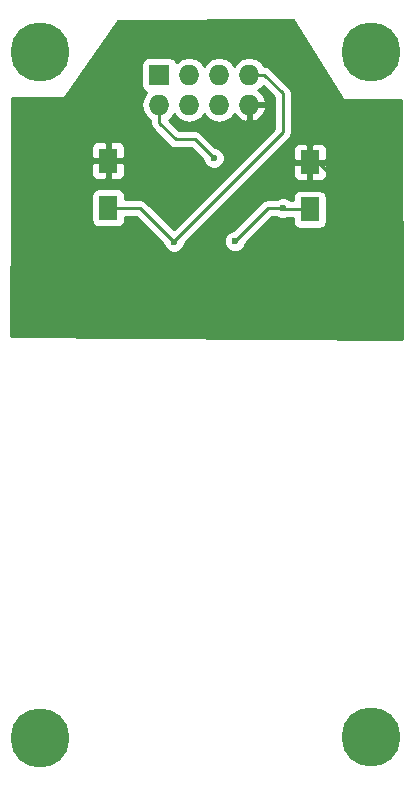
<source format=gbr>
G04 #@! TF.FileFunction,Copper,L2,Bot,Signal*
%FSLAX46Y46*%
G04 Gerber Fmt 4.6, Leading zero omitted, Abs format (unit mm)*
G04 Created by KiCad (PCBNEW 4.0.2-stable) date 10.07.2016 15:03:55*
%MOMM*%
G01*
G04 APERTURE LIST*
%ADD10C,0.100000*%
%ADD11R,1.600000X2.000000*%
%ADD12R,1.727200X1.727200*%
%ADD13O,1.727200X1.727200*%
%ADD14C,5.000000*%
%ADD15C,0.600000*%
%ADD16C,0.250000*%
%ADD17C,0.254000*%
G04 APERTURE END LIST*
D10*
D11*
X142303500Y-101822000D03*
X142303500Y-97822000D03*
X159385000Y-101949000D03*
X159385000Y-97949000D03*
D12*
X146621500Y-90551000D03*
D13*
X146621500Y-93091000D03*
X149161500Y-90551000D03*
X149161500Y-93091000D03*
X151701500Y-90551000D03*
X151701500Y-93091000D03*
X154241500Y-90551000D03*
X154241500Y-93091000D03*
D14*
X136525000Y-88646000D03*
X164528500Y-88646000D03*
X136525000Y-146685000D03*
X164528500Y-146621500D03*
D15*
X147891500Y-104711500D03*
X148653500Y-105727500D03*
X155003500Y-105791000D03*
X146558000Y-105727500D03*
X155067000Y-111061500D03*
X148590000Y-111188500D03*
X146685000Y-111252000D03*
X153035000Y-104648000D03*
X157099000Y-101854000D03*
X151257000Y-97599500D03*
D16*
X147891500Y-104711500D02*
X147891500Y-104648000D01*
X155511500Y-90551000D02*
X154241500Y-90551000D01*
X157099000Y-92138500D02*
X155511500Y-90551000D01*
X157099000Y-95440500D02*
X157099000Y-92138500D01*
X147891500Y-104648000D02*
X157099000Y-95440500D01*
X145002000Y-101822000D02*
X142303500Y-101822000D01*
X147891500Y-104711500D02*
X145002000Y-101822000D01*
X146558000Y-105727500D02*
X148653500Y-105727500D01*
X159385000Y-97949000D02*
X160052000Y-97949000D01*
X160052000Y-97949000D02*
X161734500Y-99631500D01*
X161734500Y-99631500D02*
X161734500Y-103060500D01*
X161734500Y-103060500D02*
X159004000Y-105791000D01*
X159004000Y-105791000D02*
X155003500Y-105791000D01*
X141351000Y-105727500D02*
X146558000Y-105727500D01*
X148590000Y-111188500D02*
X154940000Y-111188500D01*
X154940000Y-111188500D02*
X155067000Y-111061500D01*
X146685000Y-111252000D02*
X148526500Y-111252000D01*
X148526500Y-111252000D02*
X148590000Y-111188500D01*
X142303500Y-97822000D02*
X140557000Y-97822000D01*
X143700500Y-111252000D02*
X146685000Y-111252000D01*
X141351000Y-108902500D02*
X143700500Y-111252000D01*
X141351000Y-105727500D02*
X141351000Y-108902500D01*
X139065000Y-103441500D02*
X141351000Y-105727500D01*
X139065000Y-99314000D02*
X139065000Y-103441500D01*
X140557000Y-97822000D02*
X139065000Y-99314000D01*
X157099000Y-101854000D02*
X155829000Y-101854000D01*
X155829000Y-101854000D02*
X153035000Y-104648000D01*
X157194000Y-101949000D02*
X159385000Y-101949000D01*
X157099000Y-101854000D02*
X157194000Y-101949000D01*
X146621500Y-94615000D02*
X146621500Y-93091000D01*
X148018500Y-96012000D02*
X146621500Y-94615000D01*
X149669500Y-96012000D02*
X148018500Y-96012000D01*
X151257000Y-97599500D02*
X149669500Y-96012000D01*
D17*
G36*
X162198361Y-92650400D02*
X162233064Y-92686968D01*
X162279259Y-92707153D01*
X162306000Y-92710000D01*
X167132394Y-92710000D01*
X167195102Y-112902026D01*
X134112394Y-112649967D01*
X134149356Y-100822000D01*
X140856060Y-100822000D01*
X140856060Y-102822000D01*
X140900338Y-103057317D01*
X141039410Y-103273441D01*
X141251610Y-103418431D01*
X141503500Y-103469440D01*
X143103500Y-103469440D01*
X143338817Y-103425162D01*
X143554941Y-103286090D01*
X143699931Y-103073890D01*
X143750940Y-102822000D01*
X143750940Y-102582000D01*
X144687198Y-102582000D01*
X146956378Y-104851180D01*
X146956338Y-104896667D01*
X147098383Y-105240443D01*
X147361173Y-105503692D01*
X147704701Y-105646338D01*
X148076667Y-105646662D01*
X148420443Y-105504617D01*
X148683692Y-105241827D01*
X148826338Y-104898299D01*
X148826394Y-104833167D01*
X152099838Y-104833167D01*
X152241883Y-105176943D01*
X152504673Y-105440192D01*
X152848201Y-105582838D01*
X153220167Y-105583162D01*
X153563943Y-105441117D01*
X153827192Y-105178327D01*
X153969838Y-104834799D01*
X153969879Y-104787923D01*
X156143802Y-102614000D01*
X156536537Y-102614000D01*
X156568673Y-102646192D01*
X156912201Y-102788838D01*
X157284167Y-102789162D01*
X157478174Y-102709000D01*
X157937560Y-102709000D01*
X157937560Y-102949000D01*
X157981838Y-103184317D01*
X158120910Y-103400441D01*
X158333110Y-103545431D01*
X158585000Y-103596440D01*
X160185000Y-103596440D01*
X160420317Y-103552162D01*
X160636441Y-103413090D01*
X160781431Y-103200890D01*
X160832440Y-102949000D01*
X160832440Y-100949000D01*
X160788162Y-100713683D01*
X160649090Y-100497559D01*
X160436890Y-100352569D01*
X160185000Y-100301560D01*
X158585000Y-100301560D01*
X158349683Y-100345838D01*
X158133559Y-100484910D01*
X157988569Y-100697110D01*
X157937560Y-100949000D01*
X157937560Y-101189000D01*
X157756297Y-101189000D01*
X157629327Y-101061808D01*
X157285799Y-100919162D01*
X156913833Y-100918838D01*
X156570057Y-101060883D01*
X156536882Y-101094000D01*
X155829000Y-101094000D01*
X155538161Y-101151852D01*
X155291599Y-101316599D01*
X152895320Y-103712878D01*
X152849833Y-103712838D01*
X152506057Y-103854883D01*
X152242808Y-104117673D01*
X152100162Y-104461201D01*
X152099838Y-104833167D01*
X148826394Y-104833167D01*
X148826434Y-104787868D01*
X155379552Y-98234750D01*
X157950000Y-98234750D01*
X157950000Y-99075309D01*
X158046673Y-99308698D01*
X158225301Y-99487327D01*
X158458690Y-99584000D01*
X159099250Y-99584000D01*
X159258000Y-99425250D01*
X159258000Y-98076000D01*
X159512000Y-98076000D01*
X159512000Y-99425250D01*
X159670750Y-99584000D01*
X160311310Y-99584000D01*
X160544699Y-99487327D01*
X160723327Y-99308698D01*
X160820000Y-99075309D01*
X160820000Y-98234750D01*
X160661250Y-98076000D01*
X159512000Y-98076000D01*
X159258000Y-98076000D01*
X158108750Y-98076000D01*
X157950000Y-98234750D01*
X155379552Y-98234750D01*
X156791611Y-96822691D01*
X157950000Y-96822691D01*
X157950000Y-97663250D01*
X158108750Y-97822000D01*
X159258000Y-97822000D01*
X159258000Y-96472750D01*
X159512000Y-96472750D01*
X159512000Y-97822000D01*
X160661250Y-97822000D01*
X160820000Y-97663250D01*
X160820000Y-96822691D01*
X160723327Y-96589302D01*
X160544699Y-96410673D01*
X160311310Y-96314000D01*
X159670750Y-96314000D01*
X159512000Y-96472750D01*
X159258000Y-96472750D01*
X159099250Y-96314000D01*
X158458690Y-96314000D01*
X158225301Y-96410673D01*
X158046673Y-96589302D01*
X157950000Y-96822691D01*
X156791611Y-96822691D01*
X157636401Y-95977901D01*
X157801148Y-95731340D01*
X157859000Y-95440500D01*
X157859000Y-92138500D01*
X157801148Y-91847661D01*
X157636401Y-91601099D01*
X156048901Y-90013599D01*
X155802339Y-89848852D01*
X155522480Y-89793184D01*
X155301170Y-89461971D01*
X154814989Y-89137115D01*
X154241500Y-89023041D01*
X153668011Y-89137115D01*
X153181830Y-89461971D01*
X152971500Y-89776752D01*
X152761170Y-89461971D01*
X152274989Y-89137115D01*
X151701500Y-89023041D01*
X151128011Y-89137115D01*
X150641830Y-89461971D01*
X150431500Y-89776752D01*
X150221170Y-89461971D01*
X149734989Y-89137115D01*
X149161500Y-89023041D01*
X148588011Y-89137115D01*
X148101830Y-89461971D01*
X148092695Y-89475642D01*
X148088262Y-89452083D01*
X147949190Y-89235959D01*
X147736990Y-89090969D01*
X147485100Y-89039960D01*
X145757900Y-89039960D01*
X145522583Y-89084238D01*
X145306459Y-89223310D01*
X145161469Y-89435510D01*
X145110460Y-89687400D01*
X145110460Y-91414600D01*
X145154738Y-91649917D01*
X145293810Y-91866041D01*
X145506010Y-92011031D01*
X145549845Y-92019908D01*
X145236974Y-92488152D01*
X145122900Y-93061641D01*
X145122900Y-93120359D01*
X145236974Y-93693848D01*
X145561830Y-94180029D01*
X145861500Y-94380262D01*
X145861500Y-94615000D01*
X145919352Y-94905839D01*
X146084099Y-95152401D01*
X147481099Y-96549401D01*
X147727660Y-96714148D01*
X148018500Y-96772000D01*
X149354698Y-96772000D01*
X150321878Y-97739180D01*
X150321838Y-97784667D01*
X150463883Y-98128443D01*
X150726673Y-98391692D01*
X151070201Y-98534338D01*
X151442167Y-98534662D01*
X151785943Y-98392617D01*
X152049192Y-98129827D01*
X152191838Y-97786299D01*
X152192162Y-97414333D01*
X152050117Y-97070557D01*
X151787327Y-96807308D01*
X151443799Y-96664662D01*
X151396923Y-96664621D01*
X150206901Y-95474599D01*
X149960339Y-95309852D01*
X149669500Y-95252000D01*
X148333302Y-95252000D01*
X147429495Y-94348193D01*
X147681170Y-94180029D01*
X147891500Y-93865248D01*
X148101830Y-94180029D01*
X148588011Y-94504885D01*
X149161500Y-94618959D01*
X149734989Y-94504885D01*
X150221170Y-94180029D01*
X150431500Y-93865248D01*
X150641830Y-94180029D01*
X151128011Y-94504885D01*
X151701500Y-94618959D01*
X152274989Y-94504885D01*
X152761170Y-94180029D01*
X152977164Y-93856772D01*
X153034679Y-93979490D01*
X153466553Y-94373688D01*
X153882474Y-94545958D01*
X154114500Y-94424817D01*
X154114500Y-93218000D01*
X154368500Y-93218000D01*
X154368500Y-94424817D01*
X154600526Y-94545958D01*
X155016447Y-94373688D01*
X155448321Y-93979490D01*
X155696468Y-93450027D01*
X155575969Y-93218000D01*
X154368500Y-93218000D01*
X154114500Y-93218000D01*
X154094500Y-93218000D01*
X154094500Y-92964000D01*
X154114500Y-92964000D01*
X154114500Y-92944000D01*
X154368500Y-92944000D01*
X154368500Y-92964000D01*
X155575969Y-92964000D01*
X155696468Y-92731973D01*
X155448321Y-92202510D01*
X155030339Y-91820992D01*
X155301170Y-91640029D01*
X155391115Y-91505417D01*
X156339000Y-92453302D01*
X156339000Y-95125698D01*
X147859750Y-103604948D01*
X145539401Y-101284599D01*
X145292839Y-101119852D01*
X145002000Y-101062000D01*
X143750940Y-101062000D01*
X143750940Y-100822000D01*
X143706662Y-100586683D01*
X143567590Y-100370559D01*
X143355390Y-100225569D01*
X143103500Y-100174560D01*
X141503500Y-100174560D01*
X141268183Y-100218838D01*
X141052059Y-100357910D01*
X140907069Y-100570110D01*
X140856060Y-100822000D01*
X134149356Y-100822000D01*
X134157838Y-98107750D01*
X140868500Y-98107750D01*
X140868500Y-98948309D01*
X140965173Y-99181698D01*
X141143801Y-99360327D01*
X141377190Y-99457000D01*
X142017750Y-99457000D01*
X142176500Y-99298250D01*
X142176500Y-97949000D01*
X142430500Y-97949000D01*
X142430500Y-99298250D01*
X142589250Y-99457000D01*
X143229810Y-99457000D01*
X143463199Y-99360327D01*
X143641827Y-99181698D01*
X143738500Y-98948309D01*
X143738500Y-98107750D01*
X143579750Y-97949000D01*
X142430500Y-97949000D01*
X142176500Y-97949000D01*
X141027250Y-97949000D01*
X140868500Y-98107750D01*
X134157838Y-98107750D01*
X134162250Y-96695691D01*
X140868500Y-96695691D01*
X140868500Y-97536250D01*
X141027250Y-97695000D01*
X142176500Y-97695000D01*
X142176500Y-96345750D01*
X142430500Y-96345750D01*
X142430500Y-97695000D01*
X143579750Y-97695000D01*
X143738500Y-97536250D01*
X143738500Y-96695691D01*
X143641827Y-96462302D01*
X143463199Y-96283673D01*
X143229810Y-96187000D01*
X142589250Y-96187000D01*
X142430500Y-96345750D01*
X142176500Y-96345750D01*
X142017750Y-96187000D01*
X141377190Y-96187000D01*
X141143801Y-96283673D01*
X140965173Y-96462302D01*
X140868500Y-96695691D01*
X134162250Y-96695691D01*
X134175302Y-92519500D01*
X138557000Y-92519500D01*
X138606410Y-92509494D01*
X138661564Y-92464578D01*
X143132400Y-85978718D01*
X157981368Y-85915798D01*
X162198361Y-92650400D01*
X162198361Y-92650400D01*
G37*
X162198361Y-92650400D02*
X162233064Y-92686968D01*
X162279259Y-92707153D01*
X162306000Y-92710000D01*
X167132394Y-92710000D01*
X167195102Y-112902026D01*
X134112394Y-112649967D01*
X134149356Y-100822000D01*
X140856060Y-100822000D01*
X140856060Y-102822000D01*
X140900338Y-103057317D01*
X141039410Y-103273441D01*
X141251610Y-103418431D01*
X141503500Y-103469440D01*
X143103500Y-103469440D01*
X143338817Y-103425162D01*
X143554941Y-103286090D01*
X143699931Y-103073890D01*
X143750940Y-102822000D01*
X143750940Y-102582000D01*
X144687198Y-102582000D01*
X146956378Y-104851180D01*
X146956338Y-104896667D01*
X147098383Y-105240443D01*
X147361173Y-105503692D01*
X147704701Y-105646338D01*
X148076667Y-105646662D01*
X148420443Y-105504617D01*
X148683692Y-105241827D01*
X148826338Y-104898299D01*
X148826394Y-104833167D01*
X152099838Y-104833167D01*
X152241883Y-105176943D01*
X152504673Y-105440192D01*
X152848201Y-105582838D01*
X153220167Y-105583162D01*
X153563943Y-105441117D01*
X153827192Y-105178327D01*
X153969838Y-104834799D01*
X153969879Y-104787923D01*
X156143802Y-102614000D01*
X156536537Y-102614000D01*
X156568673Y-102646192D01*
X156912201Y-102788838D01*
X157284167Y-102789162D01*
X157478174Y-102709000D01*
X157937560Y-102709000D01*
X157937560Y-102949000D01*
X157981838Y-103184317D01*
X158120910Y-103400441D01*
X158333110Y-103545431D01*
X158585000Y-103596440D01*
X160185000Y-103596440D01*
X160420317Y-103552162D01*
X160636441Y-103413090D01*
X160781431Y-103200890D01*
X160832440Y-102949000D01*
X160832440Y-100949000D01*
X160788162Y-100713683D01*
X160649090Y-100497559D01*
X160436890Y-100352569D01*
X160185000Y-100301560D01*
X158585000Y-100301560D01*
X158349683Y-100345838D01*
X158133559Y-100484910D01*
X157988569Y-100697110D01*
X157937560Y-100949000D01*
X157937560Y-101189000D01*
X157756297Y-101189000D01*
X157629327Y-101061808D01*
X157285799Y-100919162D01*
X156913833Y-100918838D01*
X156570057Y-101060883D01*
X156536882Y-101094000D01*
X155829000Y-101094000D01*
X155538161Y-101151852D01*
X155291599Y-101316599D01*
X152895320Y-103712878D01*
X152849833Y-103712838D01*
X152506057Y-103854883D01*
X152242808Y-104117673D01*
X152100162Y-104461201D01*
X152099838Y-104833167D01*
X148826394Y-104833167D01*
X148826434Y-104787868D01*
X155379552Y-98234750D01*
X157950000Y-98234750D01*
X157950000Y-99075309D01*
X158046673Y-99308698D01*
X158225301Y-99487327D01*
X158458690Y-99584000D01*
X159099250Y-99584000D01*
X159258000Y-99425250D01*
X159258000Y-98076000D01*
X159512000Y-98076000D01*
X159512000Y-99425250D01*
X159670750Y-99584000D01*
X160311310Y-99584000D01*
X160544699Y-99487327D01*
X160723327Y-99308698D01*
X160820000Y-99075309D01*
X160820000Y-98234750D01*
X160661250Y-98076000D01*
X159512000Y-98076000D01*
X159258000Y-98076000D01*
X158108750Y-98076000D01*
X157950000Y-98234750D01*
X155379552Y-98234750D01*
X156791611Y-96822691D01*
X157950000Y-96822691D01*
X157950000Y-97663250D01*
X158108750Y-97822000D01*
X159258000Y-97822000D01*
X159258000Y-96472750D01*
X159512000Y-96472750D01*
X159512000Y-97822000D01*
X160661250Y-97822000D01*
X160820000Y-97663250D01*
X160820000Y-96822691D01*
X160723327Y-96589302D01*
X160544699Y-96410673D01*
X160311310Y-96314000D01*
X159670750Y-96314000D01*
X159512000Y-96472750D01*
X159258000Y-96472750D01*
X159099250Y-96314000D01*
X158458690Y-96314000D01*
X158225301Y-96410673D01*
X158046673Y-96589302D01*
X157950000Y-96822691D01*
X156791611Y-96822691D01*
X157636401Y-95977901D01*
X157801148Y-95731340D01*
X157859000Y-95440500D01*
X157859000Y-92138500D01*
X157801148Y-91847661D01*
X157636401Y-91601099D01*
X156048901Y-90013599D01*
X155802339Y-89848852D01*
X155522480Y-89793184D01*
X155301170Y-89461971D01*
X154814989Y-89137115D01*
X154241500Y-89023041D01*
X153668011Y-89137115D01*
X153181830Y-89461971D01*
X152971500Y-89776752D01*
X152761170Y-89461971D01*
X152274989Y-89137115D01*
X151701500Y-89023041D01*
X151128011Y-89137115D01*
X150641830Y-89461971D01*
X150431500Y-89776752D01*
X150221170Y-89461971D01*
X149734989Y-89137115D01*
X149161500Y-89023041D01*
X148588011Y-89137115D01*
X148101830Y-89461971D01*
X148092695Y-89475642D01*
X148088262Y-89452083D01*
X147949190Y-89235959D01*
X147736990Y-89090969D01*
X147485100Y-89039960D01*
X145757900Y-89039960D01*
X145522583Y-89084238D01*
X145306459Y-89223310D01*
X145161469Y-89435510D01*
X145110460Y-89687400D01*
X145110460Y-91414600D01*
X145154738Y-91649917D01*
X145293810Y-91866041D01*
X145506010Y-92011031D01*
X145549845Y-92019908D01*
X145236974Y-92488152D01*
X145122900Y-93061641D01*
X145122900Y-93120359D01*
X145236974Y-93693848D01*
X145561830Y-94180029D01*
X145861500Y-94380262D01*
X145861500Y-94615000D01*
X145919352Y-94905839D01*
X146084099Y-95152401D01*
X147481099Y-96549401D01*
X147727660Y-96714148D01*
X148018500Y-96772000D01*
X149354698Y-96772000D01*
X150321878Y-97739180D01*
X150321838Y-97784667D01*
X150463883Y-98128443D01*
X150726673Y-98391692D01*
X151070201Y-98534338D01*
X151442167Y-98534662D01*
X151785943Y-98392617D01*
X152049192Y-98129827D01*
X152191838Y-97786299D01*
X152192162Y-97414333D01*
X152050117Y-97070557D01*
X151787327Y-96807308D01*
X151443799Y-96664662D01*
X151396923Y-96664621D01*
X150206901Y-95474599D01*
X149960339Y-95309852D01*
X149669500Y-95252000D01*
X148333302Y-95252000D01*
X147429495Y-94348193D01*
X147681170Y-94180029D01*
X147891500Y-93865248D01*
X148101830Y-94180029D01*
X148588011Y-94504885D01*
X149161500Y-94618959D01*
X149734989Y-94504885D01*
X150221170Y-94180029D01*
X150431500Y-93865248D01*
X150641830Y-94180029D01*
X151128011Y-94504885D01*
X151701500Y-94618959D01*
X152274989Y-94504885D01*
X152761170Y-94180029D01*
X152977164Y-93856772D01*
X153034679Y-93979490D01*
X153466553Y-94373688D01*
X153882474Y-94545958D01*
X154114500Y-94424817D01*
X154114500Y-93218000D01*
X154368500Y-93218000D01*
X154368500Y-94424817D01*
X154600526Y-94545958D01*
X155016447Y-94373688D01*
X155448321Y-93979490D01*
X155696468Y-93450027D01*
X155575969Y-93218000D01*
X154368500Y-93218000D01*
X154114500Y-93218000D01*
X154094500Y-93218000D01*
X154094500Y-92964000D01*
X154114500Y-92964000D01*
X154114500Y-92944000D01*
X154368500Y-92944000D01*
X154368500Y-92964000D01*
X155575969Y-92964000D01*
X155696468Y-92731973D01*
X155448321Y-92202510D01*
X155030339Y-91820992D01*
X155301170Y-91640029D01*
X155391115Y-91505417D01*
X156339000Y-92453302D01*
X156339000Y-95125698D01*
X147859750Y-103604948D01*
X145539401Y-101284599D01*
X145292839Y-101119852D01*
X145002000Y-101062000D01*
X143750940Y-101062000D01*
X143750940Y-100822000D01*
X143706662Y-100586683D01*
X143567590Y-100370559D01*
X143355390Y-100225569D01*
X143103500Y-100174560D01*
X141503500Y-100174560D01*
X141268183Y-100218838D01*
X141052059Y-100357910D01*
X140907069Y-100570110D01*
X140856060Y-100822000D01*
X134149356Y-100822000D01*
X134157838Y-98107750D01*
X140868500Y-98107750D01*
X140868500Y-98948309D01*
X140965173Y-99181698D01*
X141143801Y-99360327D01*
X141377190Y-99457000D01*
X142017750Y-99457000D01*
X142176500Y-99298250D01*
X142176500Y-97949000D01*
X142430500Y-97949000D01*
X142430500Y-99298250D01*
X142589250Y-99457000D01*
X143229810Y-99457000D01*
X143463199Y-99360327D01*
X143641827Y-99181698D01*
X143738500Y-98948309D01*
X143738500Y-98107750D01*
X143579750Y-97949000D01*
X142430500Y-97949000D01*
X142176500Y-97949000D01*
X141027250Y-97949000D01*
X140868500Y-98107750D01*
X134157838Y-98107750D01*
X134162250Y-96695691D01*
X140868500Y-96695691D01*
X140868500Y-97536250D01*
X141027250Y-97695000D01*
X142176500Y-97695000D01*
X142176500Y-96345750D01*
X142430500Y-96345750D01*
X142430500Y-97695000D01*
X143579750Y-97695000D01*
X143738500Y-97536250D01*
X143738500Y-96695691D01*
X143641827Y-96462302D01*
X143463199Y-96283673D01*
X143229810Y-96187000D01*
X142589250Y-96187000D01*
X142430500Y-96345750D01*
X142176500Y-96345750D01*
X142017750Y-96187000D01*
X141377190Y-96187000D01*
X141143801Y-96283673D01*
X140965173Y-96462302D01*
X140868500Y-96695691D01*
X134162250Y-96695691D01*
X134175302Y-92519500D01*
X138557000Y-92519500D01*
X138606410Y-92509494D01*
X138661564Y-92464578D01*
X143132400Y-85978718D01*
X157981368Y-85915798D01*
X162198361Y-92650400D01*
M02*

</source>
